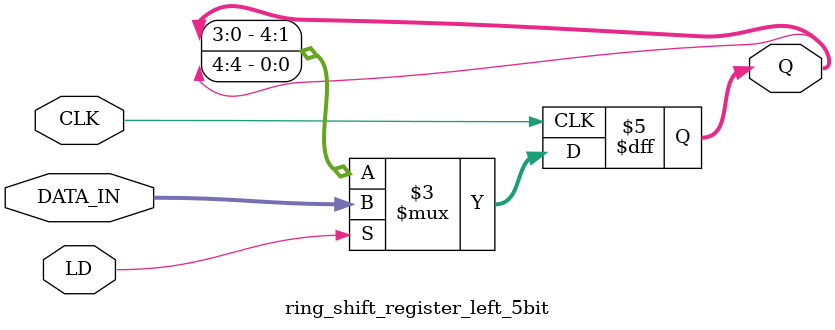
<source format=v>

module ring_shift_register_left_5bit (
    input wire CLK,             // Sinal de relógio
    input wire LD,              // Sinal de carga inicial
    input wire [4:0] DATA_IN,   // Dados de carga inicial de 5 bits
    output reg [4:0] Q          // Saída de 5 bits
);

    always @(posedge CLK) begin
        if (LD)
            Q <= DATA_IN;         // Carrega o valor de DATA_IN nos 5 estágios
        else
            Q <= {Q[3:0], Q[4]};  // Deslocamento circular para a esquerda
    end

endmodule

</source>
